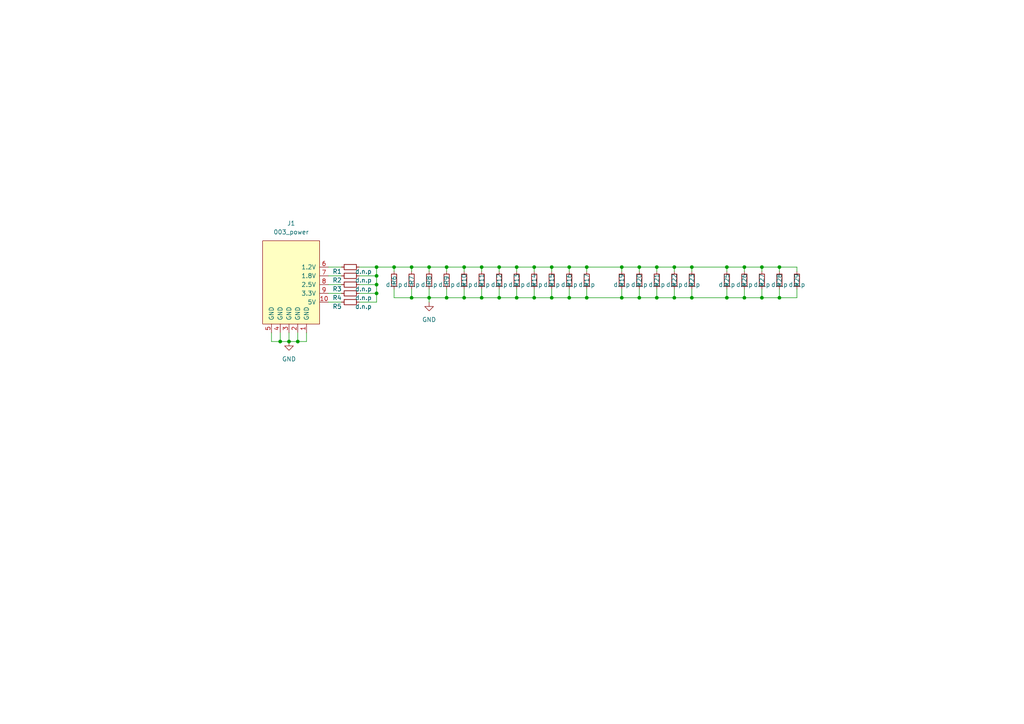
<source format=kicad_sch>
(kicad_sch (version 20211123) (generator eeschema)

  (uuid 4dc6088c-89a5-4db7-b3ae-db4b6396ad49)

  (paper "A4")

  (lib_symbols
    (symbol "Device:R_Small" (pin_numbers hide) (pin_names (offset 0.254) hide) (in_bom yes) (on_board yes)
      (property "Reference" "R" (id 0) (at 0.762 0.508 0)
        (effects (font (size 1.27 1.27)) (justify left))
      )
      (property "Value" "R_Small" (id 1) (at 0.762 -1.016 0)
        (effects (font (size 1.27 1.27)) (justify left))
      )
      (property "Footprint" "" (id 2) (at 0 0 0)
        (effects (font (size 1.27 1.27)) hide)
      )
      (property "Datasheet" "~" (id 3) (at 0 0 0)
        (effects (font (size 1.27 1.27)) hide)
      )
      (property "ki_keywords" "R resistor" (id 4) (at 0 0 0)
        (effects (font (size 1.27 1.27)) hide)
      )
      (property "ki_description" "Resistor, small symbol" (id 5) (at 0 0 0)
        (effects (font (size 1.27 1.27)) hide)
      )
      (property "ki_fp_filters" "R_*" (id 6) (at 0 0 0)
        (effects (font (size 1.27 1.27)) hide)
      )
      (symbol "R_Small_0_1"
        (rectangle (start -0.762 1.778) (end 0.762 -1.778)
          (stroke (width 0.2032) (type default) (color 0 0 0 0))
          (fill (type none))
        )
      )
      (symbol "R_Small_1_1"
        (pin passive line (at 0 2.54 270) (length 0.762)
          (name "~" (effects (font (size 1.27 1.27))))
          (number "1" (effects (font (size 1.27 1.27))))
        )
        (pin passive line (at 0 -2.54 90) (length 0.762)
          (name "~" (effects (font (size 1.27 1.27))))
          (number "2" (effects (font (size 1.27 1.27))))
        )
      )
    )
    (symbol "power:GND" (power) (pin_names (offset 0)) (in_bom yes) (on_board yes)
      (property "Reference" "#PWR" (id 0) (at 0 -6.35 0)
        (effects (font (size 1.27 1.27)) hide)
      )
      (property "Value" "GND" (id 1) (at 0 -3.81 0)
        (effects (font (size 1.27 1.27)))
      )
      (property "Footprint" "" (id 2) (at 0 0 0)
        (effects (font (size 1.27 1.27)) hide)
      )
      (property "Datasheet" "" (id 3) (at 0 0 0)
        (effects (font (size 1.27 1.27)) hide)
      )
      (property "ki_keywords" "power-flag" (id 4) (at 0 0 0)
        (effects (font (size 1.27 1.27)) hide)
      )
      (property "ki_description" "Power symbol creates a global label with name \"GND\" , ground" (id 5) (at 0 0 0)
        (effects (font (size 1.27 1.27)) hide)
      )
      (symbol "GND_0_1"
        (polyline
          (pts
            (xy 0 0)
            (xy 0 -1.27)
            (xy 1.27 -1.27)
            (xy 0 -2.54)
            (xy -1.27 -1.27)
            (xy 0 -1.27)
          )
          (stroke (width 0) (type default) (color 0 0 0 0))
          (fill (type none))
        )
      )
      (symbol "GND_1_1"
        (pin power_in line (at 0 0 270) (length 0) hide
          (name "GND" (effects (font (size 1.27 1.27))))
          (number "1" (effects (font (size 1.27 1.27))))
        )
      )
    )
    (symbol "put_on_edge:003_power" (pin_names (offset 1.016)) (in_bom yes) (on_board yes)
      (property "Reference" "J" (id 0) (at -2.54 13.97 0)
        (effects (font (size 1.27 1.27)))
      )
      (property "Value" "003_power" (id 1) (at 8.89 13.97 0)
        (effects (font (size 1.27 1.27)))
      )
      (property "Footprint" "" (id 2) (at 7.62 16.51 0)
        (effects (font (size 1.27 1.27)) hide)
      )
      (property "Datasheet" "" (id 3) (at 7.62 16.51 0)
        (effects (font (size 1.27 1.27)) hide)
      )
      (symbol "003_power_0_1"
        (rectangle (start -8.89 12.7) (end 7.62 -11.43)
          (stroke (width 0) (type default) (color 0 0 0 0))
          (fill (type background))
        )
      )
      (symbol "003_power_1_1"
        (pin power_in line (at -5.08 -13.97 90) (length 2.54)
          (name "GND" (effects (font (size 1.27 1.27))))
          (number "1" (effects (font (size 1.27 1.27))))
        )
        (pin power_out line (at -11.43 -5.08 0) (length 2.54)
          (name "5V" (effects (font (size 1.27 1.27))))
          (number "10" (effects (font (size 1.27 1.27))))
        )
        (pin power_in line (at -2.54 -13.97 90) (length 2.54)
          (name "GND" (effects (font (size 1.27 1.27))))
          (number "2" (effects (font (size 1.27 1.27))))
        )
        (pin power_in line (at 0 -13.97 90) (length 2.54)
          (name "GND" (effects (font (size 1.27 1.27))))
          (number "3" (effects (font (size 1.27 1.27))))
        )
        (pin power_in line (at 2.54 -13.97 90) (length 2.54)
          (name "GND" (effects (font (size 1.27 1.27))))
          (number "4" (effects (font (size 1.27 1.27))))
        )
        (pin power_in line (at 5.08 -13.97 90) (length 2.54)
          (name "GND" (effects (font (size 1.27 1.27))))
          (number "5" (effects (font (size 1.27 1.27))))
        )
        (pin power_out line (at -11.43 5.08 0) (length 2.54)
          (name "1.2V" (effects (font (size 1.27 1.27))))
          (number "6" (effects (font (size 1.27 1.27))))
        )
        (pin power_out line (at -11.43 2.54 0) (length 2.54)
          (name "1.8V" (effects (font (size 1.27 1.27))))
          (number "7" (effects (font (size 1.27 1.27))))
        )
        (pin power_out line (at -11.43 0 0) (length 2.54)
          (name "2.5V" (effects (font (size 1.27 1.27))))
          (number "8" (effects (font (size 1.27 1.27))))
        )
        (pin power_out line (at -11.43 -2.54 0) (length 2.54)
          (name "3.3V" (effects (font (size 1.27 1.27))))
          (number "9" (effects (font (size 1.27 1.27))))
        )
      )
    )
  )

  (junction (at 114.3 77.47) (diameter 0) (color 0 0 0 0)
    (uuid 02edb2d1-99ed-4c3d-8a01-e3ba66f71505)
  )
  (junction (at 220.98 86.36) (diameter 0) (color 0 0 0 0)
    (uuid 06437aec-95a5-4c05-8c9e-d5f45574f17d)
  )
  (junction (at 200.66 86.36) (diameter 0) (color 0 0 0 0)
    (uuid 11fbfd9f-455b-4b5c-b88d-b03c83f7fadb)
  )
  (junction (at 134.62 77.47) (diameter 0) (color 0 0 0 0)
    (uuid 1c446472-7630-4f8c-a173-2bbbdc5786e3)
  )
  (junction (at 210.82 77.47) (diameter 0) (color 0 0 0 0)
    (uuid 1f2c7e31-dd1c-4f41-a8fb-37d128100865)
  )
  (junction (at 83.82 99.06) (diameter 0) (color 0 0 0 0)
    (uuid 308d2407-8b0e-48e7-87ed-4d2755db6145)
  )
  (junction (at 86.36 99.06) (diameter 0) (color 0 0 0 0)
    (uuid 3201e4ed-8a8e-4243-851e-51df3c6d76a4)
  )
  (junction (at 109.22 82.55) (diameter 0) (color 0 0 0 0)
    (uuid 408ccd02-1cf7-4205-b85d-785e20da0055)
  )
  (junction (at 149.86 77.47) (diameter 0) (color 0 0 0 0)
    (uuid 44b0abc3-9442-4122-982e-11e186e19ced)
  )
  (junction (at 215.9 77.47) (diameter 0) (color 0 0 0 0)
    (uuid 48539c10-fa79-4cc7-b6eb-c24ad18bf21c)
  )
  (junction (at 109.22 85.09) (diameter 0) (color 0 0 0 0)
    (uuid 485b2b15-28b6-4040-8fcd-da2d91c9462c)
  )
  (junction (at 144.78 77.47) (diameter 0) (color 0 0 0 0)
    (uuid 4b882126-3859-4fdc-b9a7-9ff64a03d12a)
  )
  (junction (at 154.94 77.47) (diameter 0) (color 0 0 0 0)
    (uuid 4c55c065-4a02-4049-a4a6-bffdc4658a56)
  )
  (junction (at 170.18 77.47) (diameter 0) (color 0 0 0 0)
    (uuid 533bb855-681d-4a1c-9217-fb3265f6cf06)
  )
  (junction (at 109.22 80.01) (diameter 0) (color 0 0 0 0)
    (uuid 57d100be-669e-4956-be20-4df62210d61b)
  )
  (junction (at 149.86 86.36) (diameter 0) (color 0 0 0 0)
    (uuid 589548d5-5fd7-47cb-b71e-8e81a49e50b3)
  )
  (junction (at 226.06 86.36) (diameter 0) (color 0 0 0 0)
    (uuid 596d5632-b230-4be7-aadf-6c33b418e919)
  )
  (junction (at 139.7 77.47) (diameter 0) (color 0 0 0 0)
    (uuid 5b5a7490-a7bf-44f5-a5a6-1b8d3d4c061f)
  )
  (junction (at 180.34 77.47) (diameter 0) (color 0 0 0 0)
    (uuid 63273035-96aa-4ad7-b991-5bfcad8e3e2a)
  )
  (junction (at 144.78 86.36) (diameter 0) (color 0 0 0 0)
    (uuid 63cffbab-6577-46d7-a65d-486f8825a49b)
  )
  (junction (at 180.34 86.36) (diameter 0) (color 0 0 0 0)
    (uuid 655a5688-d20f-4043-b54a-0cb27e6d544a)
  )
  (junction (at 215.9 86.36) (diameter 0) (color 0 0 0 0)
    (uuid 6f864090-60b0-473f-a79e-47c6dab1b65d)
  )
  (junction (at 129.54 77.47) (diameter 0) (color 0 0 0 0)
    (uuid 77101779-9f0e-485c-8e75-ab7290ccfd20)
  )
  (junction (at 160.02 77.47) (diameter 0) (color 0 0 0 0)
    (uuid 7d89ddee-119b-4c31-91dd-c0440f528724)
  )
  (junction (at 200.66 77.47) (diameter 0) (color 0 0 0 0)
    (uuid 8349549b-5c84-415a-a7af-08b640d21fee)
  )
  (junction (at 139.7 86.36) (diameter 0) (color 0 0 0 0)
    (uuid 8694ec85-6e3a-4ec5-9af8-81b6f7e6efd7)
  )
  (junction (at 154.94 86.36) (diameter 0) (color 0 0 0 0)
    (uuid 8c626be9-cc76-410e-89ae-ef2f2c164c46)
  )
  (junction (at 165.1 86.36) (diameter 0) (color 0 0 0 0)
    (uuid a40cbbf1-e73e-478c-8dc4-fcd7985071fb)
  )
  (junction (at 185.42 86.36) (diameter 0) (color 0 0 0 0)
    (uuid a47a9d87-641b-4ae7-817a-536a5ee05b8f)
  )
  (junction (at 195.58 77.47) (diameter 0) (color 0 0 0 0)
    (uuid b0a96c97-86f0-4b1f-9281-c2578b9c8a9d)
  )
  (junction (at 134.62 86.36) (diameter 0) (color 0 0 0 0)
    (uuid b9565acb-84cc-4c79-a8cd-5b4475022b4c)
  )
  (junction (at 195.58 86.36) (diameter 0) (color 0 0 0 0)
    (uuid c42dd1b2-78c2-4f5d-85b6-c2cfd721ce05)
  )
  (junction (at 226.06 77.47) (diameter 0) (color 0 0 0 0)
    (uuid ca04a285-4677-4b47-b66b-4f464770dbda)
  )
  (junction (at 170.18 86.36) (diameter 0) (color 0 0 0 0)
    (uuid ca2b64ce-418a-429c-be57-02671646b175)
  )
  (junction (at 210.82 86.36) (diameter 0) (color 0 0 0 0)
    (uuid d0a38250-78ec-4b57-8c13-991938947629)
  )
  (junction (at 119.38 86.36) (diameter 0) (color 0 0 0 0)
    (uuid da86c9f3-77b4-4a8d-a1a0-dc81624ad711)
  )
  (junction (at 220.98 77.47) (diameter 0) (color 0 0 0 0)
    (uuid db1069be-b12a-49e5-9a0c-ff304c2dc719)
  )
  (junction (at 165.1 77.47) (diameter 0) (color 0 0 0 0)
    (uuid df088514-6735-43c1-84dd-18fee9a35b80)
  )
  (junction (at 129.54 86.36) (diameter 0) (color 0 0 0 0)
    (uuid dfbdce56-1ce0-4e0f-8cac-fc6238708e31)
  )
  (junction (at 185.42 77.47) (diameter 0) (color 0 0 0 0)
    (uuid e12db38c-588b-4d74-b74d-db5e5e73b2d1)
  )
  (junction (at 190.5 77.47) (diameter 0) (color 0 0 0 0)
    (uuid ec43d3f4-8e1b-4f0c-adf8-6c6393e4527e)
  )
  (junction (at 160.02 86.36) (diameter 0) (color 0 0 0 0)
    (uuid effbc96b-f6ba-48c6-a004-9f4f550a8379)
  )
  (junction (at 81.28 99.06) (diameter 0) (color 0 0 0 0)
    (uuid f7c39b23-8d70-4893-9af2-01b501f1318b)
  )
  (junction (at 124.46 86.36) (diameter 0) (color 0 0 0 0)
    (uuid f86166db-9a3c-4956-a06a-b7c93a9658ea)
  )
  (junction (at 190.5 86.36) (diameter 0) (color 0 0 0 0)
    (uuid fbbe8aea-f5c4-46d8-8a0a-db5b96069e94)
  )
  (junction (at 119.38 77.47) (diameter 0) (color 0 0 0 0)
    (uuid fc565b1b-2691-48eb-93d3-fa2848b4590c)
  )
  (junction (at 124.46 77.47) (diameter 0) (color 0 0 0 0)
    (uuid fceefa40-dd51-498c-a224-d8ca1d6b366d)
  )
  (junction (at 109.22 77.47) (diameter 0) (color 0 0 0 0)
    (uuid ff09e9fa-d643-4955-a1b3-bdfeab8786ab)
  )

  (wire (pts (xy 129.54 86.36) (xy 134.62 86.36))
    (stroke (width 0) (type default) (color 0 0 0 0))
    (uuid 0293c089-4c7b-4d88-a367-f2e161da4181)
  )
  (wire (pts (xy 170.18 77.47) (xy 170.18 78.74))
    (stroke (width 0) (type default) (color 0 0 0 0))
    (uuid 05b26a2b-e8ac-4235-a3e9-a5f9af4b1b8a)
  )
  (wire (pts (xy 144.78 77.47) (xy 149.86 77.47))
    (stroke (width 0) (type default) (color 0 0 0 0))
    (uuid 0b80f987-c1c8-4fa6-a72b-63e9b664a496)
  )
  (wire (pts (xy 226.06 83.82) (xy 226.06 86.36))
    (stroke (width 0) (type default) (color 0 0 0 0))
    (uuid 0e202a26-3906-4aeb-ae58-515aaa901fe0)
  )
  (wire (pts (xy 114.3 86.36) (xy 119.38 86.36))
    (stroke (width 0) (type default) (color 0 0 0 0))
    (uuid 132d8629-f6d0-4afb-9af4-60ac78e29614)
  )
  (wire (pts (xy 170.18 86.36) (xy 180.34 86.36))
    (stroke (width 0) (type default) (color 0 0 0 0))
    (uuid 18b1d441-0c09-4337-b161-0db98dcc53e9)
  )
  (wire (pts (xy 134.62 86.36) (xy 139.7 86.36))
    (stroke (width 0) (type default) (color 0 0 0 0))
    (uuid 21090f15-12a3-4440-aca3-9f6a3e9e6e1b)
  )
  (wire (pts (xy 129.54 77.47) (xy 129.54 78.74))
    (stroke (width 0) (type default) (color 0 0 0 0))
    (uuid 2272744d-9a3f-4d39-89e0-10a1260d67d3)
  )
  (wire (pts (xy 81.28 96.52) (xy 81.28 99.06))
    (stroke (width 0) (type default) (color 0 0 0 0))
    (uuid 229ed743-1e58-401a-9049-ab447bf64c1d)
  )
  (wire (pts (xy 210.82 86.36) (xy 215.9 86.36))
    (stroke (width 0) (type default) (color 0 0 0 0))
    (uuid 2425dfc9-93ed-476b-a413-329e61dececf)
  )
  (wire (pts (xy 104.14 80.01) (xy 109.22 80.01))
    (stroke (width 0) (type default) (color 0 0 0 0))
    (uuid 26afcae2-3eea-44fa-8f22-264f5f462589)
  )
  (wire (pts (xy 119.38 86.36) (xy 124.46 86.36))
    (stroke (width 0) (type default) (color 0 0 0 0))
    (uuid 29438692-b0bc-41b7-a311-4e67a53c128b)
  )
  (wire (pts (xy 104.14 77.47) (xy 109.22 77.47))
    (stroke (width 0) (type default) (color 0 0 0 0))
    (uuid 2db8b3d4-3246-408a-a2a0-976a5c684fa5)
  )
  (wire (pts (xy 124.46 77.47) (xy 129.54 77.47))
    (stroke (width 0) (type default) (color 0 0 0 0))
    (uuid 2f406dd0-a0e6-4ef9-9281-99fec54f9d78)
  )
  (wire (pts (xy 200.66 77.47) (xy 200.66 78.74))
    (stroke (width 0) (type default) (color 0 0 0 0))
    (uuid 2fe47116-cc7b-4336-8e68-0e823c3a2c79)
  )
  (wire (pts (xy 190.5 77.47) (xy 195.58 77.47))
    (stroke (width 0) (type default) (color 0 0 0 0))
    (uuid 333c4a45-8824-43b7-923f-16ade3263456)
  )
  (wire (pts (xy 129.54 77.47) (xy 134.62 77.47))
    (stroke (width 0) (type default) (color 0 0 0 0))
    (uuid 37abe42d-5ea6-40cd-8b44-8d054437fd96)
  )
  (wire (pts (xy 109.22 85.09) (xy 109.22 87.63))
    (stroke (width 0) (type default) (color 0 0 0 0))
    (uuid 385a4f0e-543e-433c-8d3c-3e15fb859527)
  )
  (wire (pts (xy 180.34 83.82) (xy 180.34 86.36))
    (stroke (width 0) (type default) (color 0 0 0 0))
    (uuid 3a522fa1-0c00-40ae-9b46-bc7f6436aff3)
  )
  (wire (pts (xy 149.86 86.36) (xy 154.94 86.36))
    (stroke (width 0) (type default) (color 0 0 0 0))
    (uuid 3ca8a33e-e290-4870-b164-583559b77753)
  )
  (wire (pts (xy 109.22 87.63) (xy 104.14 87.63))
    (stroke (width 0) (type default) (color 0 0 0 0))
    (uuid 3ead3d5c-3ea8-42f7-90e9-01b2942790ab)
  )
  (wire (pts (xy 119.38 83.82) (xy 119.38 86.36))
    (stroke (width 0) (type default) (color 0 0 0 0))
    (uuid 3f2de5f9-1e31-4ce8-8675-b7a8145971ba)
  )
  (wire (pts (xy 104.14 85.09) (xy 109.22 85.09))
    (stroke (width 0) (type default) (color 0 0 0 0))
    (uuid 41d0d68d-ee18-4935-a291-201d44012c19)
  )
  (wire (pts (xy 231.14 77.47) (xy 231.14 78.74))
    (stroke (width 0) (type default) (color 0 0 0 0))
    (uuid 41d5ad80-5907-4a3a-956c-429f918123cf)
  )
  (wire (pts (xy 180.34 77.47) (xy 185.42 77.47))
    (stroke (width 0) (type default) (color 0 0 0 0))
    (uuid 430d9e64-87fe-4254-b4e8-2769e4058924)
  )
  (wire (pts (xy 144.78 77.47) (xy 144.78 78.74))
    (stroke (width 0) (type default) (color 0 0 0 0))
    (uuid 46eb9185-04ac-4c98-9633-09665f40759b)
  )
  (wire (pts (xy 81.28 99.06) (xy 83.82 99.06))
    (stroke (width 0) (type default) (color 0 0 0 0))
    (uuid 4802ca4d-3d75-4f6b-971f-b028d87a5bd0)
  )
  (wire (pts (xy 149.86 77.47) (xy 149.86 78.74))
    (stroke (width 0) (type default) (color 0 0 0 0))
    (uuid 4b3389f3-1a1d-4f10-85d0-39ac21e2d233)
  )
  (wire (pts (xy 180.34 77.47) (xy 180.34 78.74))
    (stroke (width 0) (type default) (color 0 0 0 0))
    (uuid 4b61ca24-0e38-45ac-b20a-3d18914da384)
  )
  (wire (pts (xy 210.82 77.47) (xy 215.9 77.47))
    (stroke (width 0) (type default) (color 0 0 0 0))
    (uuid 4d6f19c3-b674-49fa-a21e-0cdc07839ed1)
  )
  (wire (pts (xy 78.74 96.52) (xy 78.74 99.06))
    (stroke (width 0) (type default) (color 0 0 0 0))
    (uuid 4dd5c8c9-97e9-4dd9-9ef4-45e5c8dce687)
  )
  (wire (pts (xy 104.14 82.55) (xy 109.22 82.55))
    (stroke (width 0) (type default) (color 0 0 0 0))
    (uuid 4f02f0bf-175d-4101-8853-9525a589c71e)
  )
  (wire (pts (xy 139.7 77.47) (xy 144.78 77.47))
    (stroke (width 0) (type default) (color 0 0 0 0))
    (uuid 4f2c5187-1a11-45aa-99ab-167124bddb3c)
  )
  (wire (pts (xy 185.42 77.47) (xy 185.42 78.74))
    (stroke (width 0) (type default) (color 0 0 0 0))
    (uuid 53d0f305-77b1-4b82-ade6-50fe7024dfbc)
  )
  (wire (pts (xy 95.25 85.09) (xy 99.06 85.09))
    (stroke (width 0) (type default) (color 0 0 0 0))
    (uuid 56f254df-ac89-4caf-982e-e38372d65900)
  )
  (wire (pts (xy 215.9 77.47) (xy 220.98 77.47))
    (stroke (width 0) (type default) (color 0 0 0 0))
    (uuid 59c1dfb7-5596-417d-aec6-d2e75ad8de48)
  )
  (wire (pts (xy 139.7 86.36) (xy 144.78 86.36))
    (stroke (width 0) (type default) (color 0 0 0 0))
    (uuid 5b64b464-6d19-4345-ad10-a47f1c28765a)
  )
  (wire (pts (xy 95.25 82.55) (xy 99.06 82.55))
    (stroke (width 0) (type default) (color 0 0 0 0))
    (uuid 5ec9c573-2475-4b31-bba7-bd9a0110c65e)
  )
  (wire (pts (xy 165.1 86.36) (xy 170.18 86.36))
    (stroke (width 0) (type default) (color 0 0 0 0))
    (uuid 5fe8662e-6629-4e12-a941-138891e28c9f)
  )
  (wire (pts (xy 195.58 83.82) (xy 195.58 86.36))
    (stroke (width 0) (type default) (color 0 0 0 0))
    (uuid 62dcf762-46e6-4c0f-87ef-d72094c864fc)
  )
  (wire (pts (xy 226.06 86.36) (xy 231.14 86.36))
    (stroke (width 0) (type default) (color 0 0 0 0))
    (uuid 648dab19-a39c-4462-8a51-f85d83be770d)
  )
  (wire (pts (xy 165.1 77.47) (xy 165.1 78.74))
    (stroke (width 0) (type default) (color 0 0 0 0))
    (uuid 65551d0f-7bbd-4897-a031-46d25155c5c0)
  )
  (wire (pts (xy 154.94 86.36) (xy 160.02 86.36))
    (stroke (width 0) (type default) (color 0 0 0 0))
    (uuid 686b05ea-d000-4f7d-9d99-291676f4bf20)
  )
  (wire (pts (xy 195.58 86.36) (xy 200.66 86.36))
    (stroke (width 0) (type default) (color 0 0 0 0))
    (uuid 6c635f37-1217-4f4d-be60-47baf1ae7878)
  )
  (wire (pts (xy 109.22 80.01) (xy 109.22 82.55))
    (stroke (width 0) (type default) (color 0 0 0 0))
    (uuid 6c64e03b-30cb-40e8-a265-0c5b7a5dd491)
  )
  (wire (pts (xy 109.22 77.47) (xy 114.3 77.47))
    (stroke (width 0) (type default) (color 0 0 0 0))
    (uuid 6cb426fe-f0c6-47b0-aef4-97c555813f79)
  )
  (wire (pts (xy 210.82 83.82) (xy 210.82 86.36))
    (stroke (width 0) (type default) (color 0 0 0 0))
    (uuid 6e456cf3-459b-4414-82c4-4b15f243cd25)
  )
  (wire (pts (xy 200.66 86.36) (xy 200.66 83.82))
    (stroke (width 0) (type default) (color 0 0 0 0))
    (uuid 70efa33d-0f59-4d5a-a5b4-3a4f676b7979)
  )
  (wire (pts (xy 139.7 77.47) (xy 139.7 78.74))
    (stroke (width 0) (type default) (color 0 0 0 0))
    (uuid 74028b50-6305-4a88-8c0a-4886985e8fa0)
  )
  (wire (pts (xy 160.02 77.47) (xy 160.02 78.74))
    (stroke (width 0) (type default) (color 0 0 0 0))
    (uuid 7974e504-ebce-4f5d-a187-ad5095d99c9f)
  )
  (wire (pts (xy 220.98 77.47) (xy 220.98 78.74))
    (stroke (width 0) (type default) (color 0 0 0 0))
    (uuid 7beb77c6-ccfa-4843-8c9b-ee797994216e)
  )
  (wire (pts (xy 109.22 77.47) (xy 109.22 80.01))
    (stroke (width 0) (type default) (color 0 0 0 0))
    (uuid 7dd57684-bfe4-4310-af3b-940dff915c44)
  )
  (wire (pts (xy 185.42 83.82) (xy 185.42 86.36))
    (stroke (width 0) (type default) (color 0 0 0 0))
    (uuid 805db547-146c-456f-bd4d-4a3c8891a7a0)
  )
  (wire (pts (xy 144.78 83.82) (xy 144.78 86.36))
    (stroke (width 0) (type default) (color 0 0 0 0))
    (uuid 841b9fc5-781e-4474-acf8-7604506dd95c)
  )
  (wire (pts (xy 195.58 77.47) (xy 200.66 77.47))
    (stroke (width 0) (type default) (color 0 0 0 0))
    (uuid 8535f7a3-7ad8-4441-8232-9154a8d6edc1)
  )
  (wire (pts (xy 86.36 96.52) (xy 86.36 99.06))
    (stroke (width 0) (type default) (color 0 0 0 0))
    (uuid 86fe01a1-4fe9-45f3-99b6-cfb4d98dee39)
  )
  (wire (pts (xy 195.58 77.47) (xy 195.58 78.74))
    (stroke (width 0) (type default) (color 0 0 0 0))
    (uuid 88dac1d5-e780-498e-84b0-51de6aa3a72e)
  )
  (wire (pts (xy 215.9 86.36) (xy 220.98 86.36))
    (stroke (width 0) (type default) (color 0 0 0 0))
    (uuid 902291c2-796a-4091-ac40-c4fb1d6cda9f)
  )
  (wire (pts (xy 190.5 86.36) (xy 195.58 86.36))
    (stroke (width 0) (type default) (color 0 0 0 0))
    (uuid 93743fb2-1749-46c3-aa75-21a476433596)
  )
  (wire (pts (xy 160.02 83.82) (xy 160.02 86.36))
    (stroke (width 0) (type default) (color 0 0 0 0))
    (uuid 9b57b710-7e92-4bea-8838-ec854f598860)
  )
  (wire (pts (xy 170.18 77.47) (xy 180.34 77.47))
    (stroke (width 0) (type default) (color 0 0 0 0))
    (uuid 9b8a3800-f907-48df-bb5c-e0900bfb3420)
  )
  (wire (pts (xy 134.62 77.47) (xy 139.7 77.47))
    (stroke (width 0) (type default) (color 0 0 0 0))
    (uuid a410aa42-659a-45dd-8333-b381ab188c7f)
  )
  (wire (pts (xy 200.66 77.47) (xy 210.82 77.47))
    (stroke (width 0) (type default) (color 0 0 0 0))
    (uuid a64f29e7-3384-495c-888b-980218cb4667)
  )
  (wire (pts (xy 190.5 77.47) (xy 190.5 78.74))
    (stroke (width 0) (type default) (color 0 0 0 0))
    (uuid a6b173ba-57fa-45be-9ef0-a875da4af6ce)
  )
  (wire (pts (xy 144.78 86.36) (xy 149.86 86.36))
    (stroke (width 0) (type default) (color 0 0 0 0))
    (uuid a87e3764-0184-40f7-80b7-900d13d490f2)
  )
  (wire (pts (xy 215.9 83.82) (xy 215.9 86.36))
    (stroke (width 0) (type default) (color 0 0 0 0))
    (uuid a9e587c8-b51c-48be-b683-e404b353a264)
  )
  (wire (pts (xy 95.25 80.01) (xy 99.06 80.01))
    (stroke (width 0) (type default) (color 0 0 0 0))
    (uuid abc3b66c-4124-498e-812c-a74a571ce205)
  )
  (wire (pts (xy 210.82 77.47) (xy 210.82 78.74))
    (stroke (width 0) (type default) (color 0 0 0 0))
    (uuid abccdb25-33aa-4b34-8e35-c6730ee38437)
  )
  (wire (pts (xy 83.82 96.52) (xy 83.82 99.06))
    (stroke (width 0) (type default) (color 0 0 0 0))
    (uuid ae3bbf78-8e04-48ca-ad2e-dad0d95e8180)
  )
  (wire (pts (xy 185.42 86.36) (xy 190.5 86.36))
    (stroke (width 0) (type default) (color 0 0 0 0))
    (uuid ae929b1a-a296-4892-9c17-037a935aa117)
  )
  (wire (pts (xy 134.62 83.82) (xy 134.62 86.36))
    (stroke (width 0) (type default) (color 0 0 0 0))
    (uuid b58926fc-0233-46d6-9df1-7d3a8445b28f)
  )
  (wire (pts (xy 114.3 83.82) (xy 114.3 86.36))
    (stroke (width 0) (type default) (color 0 0 0 0))
    (uuid b5af670a-007b-40f1-bae9-6a6e17bac4f4)
  )
  (wire (pts (xy 220.98 77.47) (xy 226.06 77.47))
    (stroke (width 0) (type default) (color 0 0 0 0))
    (uuid b6545a4a-404d-41ce-a76a-19bf3f2d8db3)
  )
  (wire (pts (xy 165.1 77.47) (xy 170.18 77.47))
    (stroke (width 0) (type default) (color 0 0 0 0))
    (uuid b8f99f72-ce7f-480d-af90-ea59c098b828)
  )
  (wire (pts (xy 109.22 82.55) (xy 109.22 85.09))
    (stroke (width 0) (type default) (color 0 0 0 0))
    (uuid b952b49d-af7a-4fcb-a777-699e55461fd5)
  )
  (wire (pts (xy 114.3 77.47) (xy 114.3 78.74))
    (stroke (width 0) (type default) (color 0 0 0 0))
    (uuid b9e59928-7710-4c8a-84c3-d0c1c5e8b554)
  )
  (wire (pts (xy 165.1 83.82) (xy 165.1 86.36))
    (stroke (width 0) (type default) (color 0 0 0 0))
    (uuid bb5e1816-ba78-4eb0-9b4d-b4dea3bdf869)
  )
  (wire (pts (xy 226.06 77.47) (xy 226.06 78.74))
    (stroke (width 0) (type default) (color 0 0 0 0))
    (uuid bbf4dc8a-0ec7-47ba-b3b3-7f9bc2b31dda)
  )
  (wire (pts (xy 154.94 77.47) (xy 154.94 78.74))
    (stroke (width 0) (type default) (color 0 0 0 0))
    (uuid bd127fd6-fdfd-4dd5-9011-2ca0fbc2f0a7)
  )
  (wire (pts (xy 220.98 83.82) (xy 220.98 86.36))
    (stroke (width 0) (type default) (color 0 0 0 0))
    (uuid be8a9ea5-ebc0-4fb5-a0d0-13c591ea0249)
  )
  (wire (pts (xy 149.86 77.47) (xy 154.94 77.47))
    (stroke (width 0) (type default) (color 0 0 0 0))
    (uuid c0fac70e-8496-4b29-8984-7b1d05bd9c2e)
  )
  (wire (pts (xy 124.46 86.36) (xy 124.46 87.63))
    (stroke (width 0) (type default) (color 0 0 0 0))
    (uuid c3193d99-7991-40c7-818b-b370033b14db)
  )
  (wire (pts (xy 226.06 77.47) (xy 231.14 77.47))
    (stroke (width 0) (type default) (color 0 0 0 0))
    (uuid c40258ce-4870-45d8-9a66-51069f2b3266)
  )
  (wire (pts (xy 78.74 99.06) (xy 81.28 99.06))
    (stroke (width 0) (type default) (color 0 0 0 0))
    (uuid c41c4edf-94b8-4e1f-ac8c-6e3b912e39fe)
  )
  (wire (pts (xy 124.46 86.36) (xy 129.54 86.36))
    (stroke (width 0) (type default) (color 0 0 0 0))
    (uuid c635749e-c6bd-45ee-9cec-bf9ed961ef6c)
  )
  (wire (pts (xy 83.82 99.06) (xy 86.36 99.06))
    (stroke (width 0) (type default) (color 0 0 0 0))
    (uuid c697f708-235a-4e56-bf3f-2631cf522bca)
  )
  (wire (pts (xy 124.46 77.47) (xy 124.46 78.74))
    (stroke (width 0) (type default) (color 0 0 0 0))
    (uuid cc50a9d3-612c-4842-a1a0-18f9c6b15b9b)
  )
  (wire (pts (xy 114.3 77.47) (xy 119.38 77.47))
    (stroke (width 0) (type default) (color 0 0 0 0))
    (uuid cfa84466-b3cb-419a-b6c4-bf3df663b669)
  )
  (wire (pts (xy 231.14 86.36) (xy 231.14 83.82))
    (stroke (width 0) (type default) (color 0 0 0 0))
    (uuid d1a9e7f9-e6f8-4e10-b6f1-373f5fe93a7d)
  )
  (wire (pts (xy 95.25 77.47) (xy 99.06 77.47))
    (stroke (width 0) (type default) (color 0 0 0 0))
    (uuid d23c2b76-df46-4315-ae2e-879e6ff6725a)
  )
  (wire (pts (xy 154.94 83.82) (xy 154.94 86.36))
    (stroke (width 0) (type default) (color 0 0 0 0))
    (uuid d3c752bc-75e2-4ded-ad20-c061b2829490)
  )
  (wire (pts (xy 220.98 86.36) (xy 226.06 86.36))
    (stroke (width 0) (type default) (color 0 0 0 0))
    (uuid d4c8b53e-54b1-4321-9e37-4917e07a33b0)
  )
  (wire (pts (xy 160.02 77.47) (xy 165.1 77.47))
    (stroke (width 0) (type default) (color 0 0 0 0))
    (uuid d907bb22-03fc-441a-8630-91beaffa84fa)
  )
  (wire (pts (xy 215.9 77.47) (xy 215.9 78.74))
    (stroke (width 0) (type default) (color 0 0 0 0))
    (uuid daf914dc-a9ef-45b7-b744-b6f4a4f6d409)
  )
  (wire (pts (xy 170.18 86.36) (xy 170.18 83.82))
    (stroke (width 0) (type default) (color 0 0 0 0))
    (uuid de9ce037-ff79-419b-8d81-9ecb6b8ddb4a)
  )
  (wire (pts (xy 95.25 87.63) (xy 99.06 87.63))
    (stroke (width 0) (type default) (color 0 0 0 0))
    (uuid df8af112-33e1-4bd4-97d6-56d7114c068c)
  )
  (wire (pts (xy 190.5 83.82) (xy 190.5 86.36))
    (stroke (width 0) (type default) (color 0 0 0 0))
    (uuid e1ad836a-fb17-4a05-bd7c-2168a8e5fc63)
  )
  (wire (pts (xy 185.42 77.47) (xy 190.5 77.47))
    (stroke (width 0) (type default) (color 0 0 0 0))
    (uuid e1dcc820-6a56-41a6-a4c1-3d81b3c5e558)
  )
  (wire (pts (xy 124.46 83.82) (xy 124.46 86.36))
    (stroke (width 0) (type default) (color 0 0 0 0))
    (uuid e20a4ca7-dbfe-47f6-8889-77fb891685e6)
  )
  (wire (pts (xy 154.94 77.47) (xy 160.02 77.47))
    (stroke (width 0) (type default) (color 0 0 0 0))
    (uuid e38825eb-4617-40d4-8a08-51f45f7d8370)
  )
  (wire (pts (xy 139.7 86.36) (xy 139.7 83.82))
    (stroke (width 0) (type default) (color 0 0 0 0))
    (uuid e41d9550-914a-42bb-8c65-2ca5045fb326)
  )
  (wire (pts (xy 129.54 83.82) (xy 129.54 86.36))
    (stroke (width 0) (type default) (color 0 0 0 0))
    (uuid e5ecf469-e699-4857-aa7e-6c2242ea1a99)
  )
  (wire (pts (xy 134.62 77.47) (xy 134.62 78.74))
    (stroke (width 0) (type default) (color 0 0 0 0))
    (uuid e86f72d1-c310-4234-83fd-781760f00b76)
  )
  (wire (pts (xy 160.02 86.36) (xy 165.1 86.36))
    (stroke (width 0) (type default) (color 0 0 0 0))
    (uuid ee2ee6e4-5819-4b28-90c0-7a7aeeda2e43)
  )
  (wire (pts (xy 149.86 83.82) (xy 149.86 86.36))
    (stroke (width 0) (type default) (color 0 0 0 0))
    (uuid eff58945-f9f1-412f-8ee1-3f9d19fb3cbf)
  )
  (wire (pts (xy 119.38 77.47) (xy 119.38 78.74))
    (stroke (width 0) (type default) (color 0 0 0 0))
    (uuid f0e542dc-6b93-4998-b234-b15655f9e404)
  )
  (wire (pts (xy 119.38 77.47) (xy 124.46 77.47))
    (stroke (width 0) (type default) (color 0 0 0 0))
    (uuid f24b8ec6-2a10-48aa-a609-2032c30b8fff)
  )
  (wire (pts (xy 88.9 99.06) (xy 88.9 96.52))
    (stroke (width 0) (type default) (color 0 0 0 0))
    (uuid f3318874-1ef5-4b9f-8a05-b94e8a7533f1)
  )
  (wire (pts (xy 200.66 86.36) (xy 210.82 86.36))
    (stroke (width 0) (type default) (color 0 0 0 0))
    (uuid f5065e90-f4f0-4dd7-82ed-17e9c8497018)
  )
  (wire (pts (xy 180.34 86.36) (xy 185.42 86.36))
    (stroke (width 0) (type default) (color 0 0 0 0))
    (uuid fb55b684-3ac3-46e2-a47a-7dbe8aa8aabd)
  )
  (wire (pts (xy 86.36 99.06) (xy 88.9 99.06))
    (stroke (width 0) (type default) (color 0 0 0 0))
    (uuid fb8261c5-5122-4534-a56a-adf9efc4c049)
  )

  (symbol (lib_id "Device:R_Small") (at 101.6 80.01 90) (unit 1)
    (in_bom yes) (on_board yes)
    (uuid 02000bae-197c-49f5-9a31-615057a50511)
    (property "Reference" "R2" (id 0) (at 97.79 81.28 90))
    (property "Value" "d.n.p" (id 1) (at 105.41 81.28 90))
    (property "Footprint" "Resistor_SMD:R_0603_1608Metric" (id 2) (at 101.6 80.01 0)
      (effects (font (size 1.27 1.27)) hide)
    )
    (property "Datasheet" "~" (id 3) (at 101.6 80.01 0)
      (effects (font (size 1.27 1.27)) hide)
    )
    (pin "1" (uuid fe41e85b-925f-4cce-a2f0-f7e60964a2a0))
    (pin "2" (uuid a2b99cfb-402f-42f5-b0fb-972e85956552))
  )

  (symbol (lib_id "Device:R_Small") (at 124.46 81.28 180) (unit 1)
    (in_bom yes) (on_board yes)
    (uuid 05d2b87a-79bd-46f4-a115-923f2cc97ba7)
    (property "Reference" "R8" (id 0) (at 124.46 81.28 90))
    (property "Value" "d.n.p" (id 1) (at 124.46 82.55 0))
    (property "Footprint" "Resistor_SMD:R_1210_3225Metric" (id 2) (at 124.46 81.28 0)
      (effects (font (size 1.27 1.27)) hide)
    )
    (property "Datasheet" "~" (id 3) (at 124.46 81.28 0)
      (effects (font (size 1.27 1.27)) hide)
    )
    (pin "1" (uuid ae51a6ea-0661-4a98-99d6-6da361b3bdcc))
    (pin "2" (uuid a638e2f5-9e9c-4986-a6d4-e5824ced1e94))
  )

  (symbol (lib_id "Device:R_Small") (at 114.3 81.28 180) (unit 1)
    (in_bom yes) (on_board yes)
    (uuid 070e2241-c784-4b9a-bd51-088e0578f4e0)
    (property "Reference" "R6" (id 0) (at 114.3 81.28 90))
    (property "Value" "d.n.p" (id 1) (at 114.3 82.55 0))
    (property "Footprint" "Resistor_SMD:R_1210_3225Metric" (id 2) (at 114.3 81.28 0)
      (effects (font (size 1.27 1.27)) hide)
    )
    (property "Datasheet" "~" (id 3) (at 114.3 81.28 0)
      (effects (font (size 1.27 1.27)) hide)
    )
    (pin "1" (uuid d266f15c-720d-49b4-bee6-4c67f25d0042))
    (pin "2" (uuid 8b02781c-8096-42ce-b60b-5b0829b165a4))
  )

  (symbol (lib_id "Device:R_Small") (at 210.82 81.28 180) (unit 1)
    (in_bom yes) (on_board yes)
    (uuid 16e367be-0ee0-4bf1-8132-a5e98017dcfb)
    (property "Reference" "R25" (id 0) (at 210.82 81.28 90))
    (property "Value" "d.n.p" (id 1) (at 210.82 82.55 0))
    (property "Footprint" "Resistor_SMD:R_1210_3225Metric" (id 2) (at 210.82 81.28 0)
      (effects (font (size 1.27 1.27)) hide)
    )
    (property "Datasheet" "~" (id 3) (at 210.82 81.28 0)
      (effects (font (size 1.27 1.27)) hide)
    )
    (pin "1" (uuid f6f54822-7888-4c23-ab52-6886fed51177))
    (pin "2" (uuid 02b36d4a-8ad9-4e54-beff-30965040ec57))
  )

  (symbol (lib_id "Device:R_Small") (at 101.6 82.55 90) (unit 1)
    (in_bom yes) (on_board yes)
    (uuid 24805d50-76d6-4352-8c0a-cafa3a654a35)
    (property "Reference" "R3" (id 0) (at 97.79 83.82 90))
    (property "Value" "d.n.p" (id 1) (at 105.41 83.82 90))
    (property "Footprint" "Resistor_SMD:R_0603_1608Metric" (id 2) (at 101.6 82.55 0)
      (effects (font (size 1.27 1.27)) hide)
    )
    (property "Datasheet" "~" (id 3) (at 101.6 82.55 0)
      (effects (font (size 1.27 1.27)) hide)
    )
    (pin "1" (uuid a188e71c-20e6-46b7-80e9-62a4d6d6b037))
    (pin "2" (uuid a6a57548-8c96-4078-8255-681b52dd2ae4))
  )

  (symbol (lib_id "Device:R_Small") (at 149.86 81.28 180) (unit 1)
    (in_bom yes) (on_board yes)
    (uuid 30c6b955-cbb4-4baf-9e04-dabd16ace994)
    (property "Reference" "R13" (id 0) (at 149.86 81.28 90))
    (property "Value" "d.n.p" (id 1) (at 149.86 82.55 0))
    (property "Footprint" "Resistor_SMD:R_1210_3225Metric" (id 2) (at 149.86 81.28 0)
      (effects (font (size 1.27 1.27)) hide)
    )
    (property "Datasheet" "~" (id 3) (at 149.86 81.28 0)
      (effects (font (size 1.27 1.27)) hide)
    )
    (pin "1" (uuid 8a484eb1-bf27-48d4-93be-22574cf8d688))
    (pin "2" (uuid 0cb96013-a026-438c-b8e5-a9a3704c239c))
  )

  (symbol (lib_id "Device:R_Small") (at 226.06 81.28 180) (unit 1)
    (in_bom yes) (on_board yes)
    (uuid 37ba2ba8-285b-47c7-b832-3655d84d005f)
    (property "Reference" "R28" (id 0) (at 226.06 81.28 90))
    (property "Value" "d.n.p" (id 1) (at 226.06 82.55 0))
    (property "Footprint" "Resistor_SMD:R_1210_3225Metric" (id 2) (at 226.06 81.28 0)
      (effects (font (size 1.27 1.27)) hide)
    )
    (property "Datasheet" "~" (id 3) (at 226.06 81.28 0)
      (effects (font (size 1.27 1.27)) hide)
    )
    (pin "1" (uuid ecb8302d-34cd-4dd4-869b-94380cea9593))
    (pin "2" (uuid 30f19a64-c3d0-413d-bdb6-4694a33fb3aa))
  )

  (symbol (lib_id "Device:R_Small") (at 180.34 81.28 180) (unit 1)
    (in_bom yes) (on_board yes)
    (uuid 3a4e67b8-6fd5-4bbe-b466-47365add19d1)
    (property "Reference" "R19" (id 0) (at 180.34 81.28 90))
    (property "Value" "d.n.p" (id 1) (at 180.34 82.55 0))
    (property "Footprint" "Resistor_SMD:R_1210_3225Metric" (id 2) (at 180.34 81.28 0)
      (effects (font (size 1.27 1.27)) hide)
    )
    (property "Datasheet" "~" (id 3) (at 180.34 81.28 0)
      (effects (font (size 1.27 1.27)) hide)
    )
    (pin "1" (uuid 95296ba3-3669-409d-8880-29f60ad53596))
    (pin "2" (uuid c0ba713b-513c-4582-9f13-f260b40eb6c8))
  )

  (symbol (lib_id "Device:R_Small") (at 195.58 81.28 180) (unit 1)
    (in_bom yes) (on_board yes)
    (uuid 44cd8483-84d9-4a9b-84af-4d89a0d91ac0)
    (property "Reference" "R22" (id 0) (at 195.58 81.28 90))
    (property "Value" "d.n.p" (id 1) (at 195.58 82.55 0))
    (property "Footprint" "Resistor_SMD:R_1210_3225Metric" (id 2) (at 195.58 81.28 0)
      (effects (font (size 1.27 1.27)) hide)
    )
    (property "Datasheet" "~" (id 3) (at 195.58 81.28 0)
      (effects (font (size 1.27 1.27)) hide)
    )
    (pin "1" (uuid 3a1f4d98-c30f-4f3e-a2f5-5abbf669df3a))
    (pin "2" (uuid 6be0c39e-0270-401a-a9bc-99c848e51bc4))
  )

  (symbol (lib_id "Device:R_Small") (at 215.9 81.28 180) (unit 1)
    (in_bom yes) (on_board yes)
    (uuid 47ddca89-4dec-43f2-bc1e-a98fbcf33511)
    (property "Reference" "R26" (id 0) (at 215.9 81.28 90))
    (property "Value" "d.n.p" (id 1) (at 215.9 82.55 0))
    (property "Footprint" "Resistor_SMD:R_1210_3225Metric" (id 2) (at 215.9 81.28 0)
      (effects (font (size 1.27 1.27)) hide)
    )
    (property "Datasheet" "~" (id 3) (at 215.9 81.28 0)
      (effects (font (size 1.27 1.27)) hide)
    )
    (pin "1" (uuid 170daa9a-2db5-4fd3-b1a2-bc25cd7d5692))
    (pin "2" (uuid 1c0b0028-42d3-4044-8565-eeedcf3e6ea2))
  )

  (symbol (lib_id "power:GND") (at 83.82 99.06 0) (unit 1)
    (in_bom yes) (on_board yes) (fields_autoplaced)
    (uuid 4cf5c89f-93b4-4265-804c-6cbb2fd5460a)
    (property "Reference" "#PWR0101" (id 0) (at 83.82 105.41 0)
      (effects (font (size 1.27 1.27)) hide)
    )
    (property "Value" "GND" (id 1) (at 83.82 104.14 0))
    (property "Footprint" "" (id 2) (at 83.82 99.06 0)
      (effects (font (size 1.27 1.27)) hide)
    )
    (property "Datasheet" "" (id 3) (at 83.82 99.06 0)
      (effects (font (size 1.27 1.27)) hide)
    )
    (pin "1" (uuid 54aa15d5-8fea-4a80-a3e8-cfbfa7a02092))
  )

  (symbol (lib_id "Device:R_Small") (at 231.14 81.28 180) (unit 1)
    (in_bom yes) (on_board yes)
    (uuid 57102a39-f8cc-46d4-b20a-5c4137303e0c)
    (property "Reference" "R29" (id 0) (at 231.14 81.28 90))
    (property "Value" "d.n.p" (id 1) (at 231.14 82.55 0))
    (property "Footprint" "Resistor_SMD:R_1210_3225Metric" (id 2) (at 231.14 81.28 0)
      (effects (font (size 1.27 1.27)) hide)
    )
    (property "Datasheet" "~" (id 3) (at 231.14 81.28 0)
      (effects (font (size 1.27 1.27)) hide)
    )
    (pin "1" (uuid 8f25710a-c677-4c0b-9e5c-f49177a0342c))
    (pin "2" (uuid d199d988-7a73-4f7c-9bc8-87929df4d77f))
  )

  (symbol (lib_id "Device:R_Small") (at 220.98 81.28 180) (unit 1)
    (in_bom yes) (on_board yes)
    (uuid 579d4bed-4630-4995-8198-39a2324a9ef8)
    (property "Reference" "R27" (id 0) (at 220.98 81.28 90))
    (property "Value" "d.n.p" (id 1) (at 220.98 82.55 0))
    (property "Footprint" "Resistor_SMD:R_1210_3225Metric" (id 2) (at 220.98 81.28 0)
      (effects (font (size 1.27 1.27)) hide)
    )
    (property "Datasheet" "~" (id 3) (at 220.98 81.28 0)
      (effects (font (size 1.27 1.27)) hide)
    )
    (pin "1" (uuid af04b979-9845-4a00-8f0c-117534676def))
    (pin "2" (uuid 9fcf06c6-90d4-4d87-8435-ee7b9f6a7deb))
  )

  (symbol (lib_id "Device:R_Small") (at 101.6 87.63 90) (unit 1)
    (in_bom yes) (on_board yes)
    (uuid 61169804-1266-4204-981f-4de3b2981939)
    (property "Reference" "R5" (id 0) (at 97.79 88.9 90))
    (property "Value" "d.n.p" (id 1) (at 105.41 88.9 90))
    (property "Footprint" "Resistor_SMD:R_0603_1608Metric" (id 2) (at 101.6 87.63 0)
      (effects (font (size 1.27 1.27)) hide)
    )
    (property "Datasheet" "~" (id 3) (at 101.6 87.63 0)
      (effects (font (size 1.27 1.27)) hide)
    )
    (pin "1" (uuid 1d2faa7f-0d6f-4931-9fd7-230453f53779))
    (pin "2" (uuid b8343446-539c-4fc6-8e32-bd10e2f2f7c8))
  )

  (symbol (lib_id "Device:R_Small") (at 129.54 81.28 180) (unit 1)
    (in_bom yes) (on_board yes)
    (uuid 6d9219ca-578b-4225-b72f-6a0da4792fdc)
    (property "Reference" "R9" (id 0) (at 129.54 81.28 90))
    (property "Value" "d.n.p" (id 1) (at 129.54 82.55 0))
    (property "Footprint" "Resistor_SMD:R_1210_3225Metric" (id 2) (at 129.54 81.28 0)
      (effects (font (size 1.27 1.27)) hide)
    )
    (property "Datasheet" "~" (id 3) (at 129.54 81.28 0)
      (effects (font (size 1.27 1.27)) hide)
    )
    (pin "1" (uuid 54d87bce-f941-4eb2-a12c-7fa3cb2bbe0d))
    (pin "2" (uuid bd5e461c-b6e3-447d-95a2-559ddb21b697))
  )

  (symbol (lib_id "Device:R_Small") (at 185.42 81.28 180) (unit 1)
    (in_bom yes) (on_board yes)
    (uuid 6e5be42d-038e-4023-af6d-56dc5cf38991)
    (property "Reference" "R20" (id 0) (at 185.42 81.28 90))
    (property "Value" "d.n.p" (id 1) (at 185.42 82.55 0))
    (property "Footprint" "Resistor_SMD:R_1210_3225Metric" (id 2) (at 185.42 81.28 0)
      (effects (font (size 1.27 1.27)) hide)
    )
    (property "Datasheet" "~" (id 3) (at 185.42 81.28 0)
      (effects (font (size 1.27 1.27)) hide)
    )
    (pin "1" (uuid 363dc324-2fed-4d5b-943d-3410891cff7a))
    (pin "2" (uuid b9e9a0d8-ee2b-45ea-be36-a6b7b0f4059a))
  )

  (symbol (lib_id "Device:R_Small") (at 154.94 81.28 180) (unit 1)
    (in_bom yes) (on_board yes)
    (uuid 6f24cd4c-5465-40e0-a3e0-921ccd980087)
    (property "Reference" "R14" (id 0) (at 154.94 81.28 90))
    (property "Value" "d.n.p" (id 1) (at 154.94 82.55 0))
    (property "Footprint" "Resistor_SMD:R_1210_3225Metric" (id 2) (at 154.94 81.28 0)
      (effects (font (size 1.27 1.27)) hide)
    )
    (property "Datasheet" "~" (id 3) (at 154.94 81.28 0)
      (effects (font (size 1.27 1.27)) hide)
    )
    (pin "1" (uuid 8c6e496b-492d-480a-ab9c-70ed99b227b6))
    (pin "2" (uuid 27ee917b-8f33-44e3-ba8b-bdb2d6b5f880))
  )

  (symbol (lib_id "power:GND") (at 124.46 87.63 0) (unit 1)
    (in_bom yes) (on_board yes) (fields_autoplaced)
    (uuid 6fe373c8-1058-4787-9805-d05bd1bf5e9a)
    (property "Reference" "#PWR0102" (id 0) (at 124.46 93.98 0)
      (effects (font (size 1.27 1.27)) hide)
    )
    (property "Value" "GND" (id 1) (at 124.46 92.71 0))
    (property "Footprint" "" (id 2) (at 124.46 87.63 0)
      (effects (font (size 1.27 1.27)) hide)
    )
    (property "Datasheet" "" (id 3) (at 124.46 87.63 0)
      (effects (font (size 1.27 1.27)) hide)
    )
    (pin "1" (uuid 3d085630-733f-4812-81ad-076469337aa1))
  )

  (symbol (lib_id "Device:R_Small") (at 144.78 81.28 180) (unit 1)
    (in_bom yes) (on_board yes)
    (uuid 74850222-d153-4d0f-a6ac-1a2c8c787697)
    (property "Reference" "R12" (id 0) (at 144.78 81.28 90))
    (property "Value" "d.n.p" (id 1) (at 144.78 82.55 0))
    (property "Footprint" "Resistor_SMD:R_1210_3225Metric" (id 2) (at 144.78 81.28 0)
      (effects (font (size 1.27 1.27)) hide)
    )
    (property "Datasheet" "~" (id 3) (at 144.78 81.28 0)
      (effects (font (size 1.27 1.27)) hide)
    )
    (pin "1" (uuid b6c53ea8-a682-442a-9ca8-2df0f302fdd7))
    (pin "2" (uuid 2939acd1-3542-4631-8a1f-a025970b8d8c))
  )

  (symbol (lib_id "Device:R_Small") (at 134.62 81.28 180) (unit 1)
    (in_bom yes) (on_board yes)
    (uuid 7be37632-b39b-43d3-a395-261876e22623)
    (property "Reference" "R10" (id 0) (at 134.62 81.28 90))
    (property "Value" "d.n.p" (id 1) (at 134.62 82.55 0))
    (property "Footprint" "Resistor_SMD:R_1210_3225Metric" (id 2) (at 134.62 81.28 0)
      (effects (font (size 1.27 1.27)) hide)
    )
    (property "Datasheet" "~" (id 3) (at 134.62 81.28 0)
      (effects (font (size 1.27 1.27)) hide)
    )
    (pin "1" (uuid 9310a6a9-5f6a-4243-9452-a948c0448460))
    (pin "2" (uuid 55d06b21-dba3-4533-bef6-55d36561b0c9))
  )

  (symbol (lib_id "Device:R_Small") (at 160.02 81.28 180) (unit 1)
    (in_bom yes) (on_board yes)
    (uuid 83446da9-61de-4396-834f-7ab3d39a5920)
    (property "Reference" "R15" (id 0) (at 160.02 81.28 90))
    (property "Value" "d.n.p" (id 1) (at 160.02 82.55 0))
    (property "Footprint" "Resistor_SMD:R_1210_3225Metric" (id 2) (at 160.02 81.28 0)
      (effects (font (size 1.27 1.27)) hide)
    )
    (property "Datasheet" "~" (id 3) (at 160.02 81.28 0)
      (effects (font (size 1.27 1.27)) hide)
    )
    (pin "1" (uuid 5cdef9b9-8591-4589-9001-4f81b712e53a))
    (pin "2" (uuid c72597a7-6e8e-4c40-9487-9bfff3dfb88d))
  )

  (symbol (lib_id "Device:R_Small") (at 170.18 81.28 180) (unit 1)
    (in_bom yes) (on_board yes)
    (uuid 91973d10-cfba-4b05-81b2-70c8a1ebbf89)
    (property "Reference" "R17" (id 0) (at 170.18 81.28 90))
    (property "Value" "d.n.p" (id 1) (at 170.18 82.55 0))
    (property "Footprint" "Resistor_SMD:R_1210_3225Metric" (id 2) (at 170.18 81.28 0)
      (effects (font (size 1.27 1.27)) hide)
    )
    (property "Datasheet" "~" (id 3) (at 170.18 81.28 0)
      (effects (font (size 1.27 1.27)) hide)
    )
    (pin "1" (uuid a74d91a0-f79f-4864-aa0b-1a08e88fde35))
    (pin "2" (uuid 4ff8948b-e636-4156-a485-967f961dd6db))
  )

  (symbol (lib_id "Device:R_Small") (at 101.6 85.09 90) (unit 1)
    (in_bom yes) (on_board yes)
    (uuid 9358cdc6-ccb5-4be4-b60d-dd37cf0452c5)
    (property "Reference" "R4" (id 0) (at 97.79 86.36 90))
    (property "Value" "d.n.p" (id 1) (at 105.41 86.36 90))
    (property "Footprint" "Resistor_SMD:R_0603_1608Metric" (id 2) (at 101.6 85.09 0)
      (effects (font (size 1.27 1.27)) hide)
    )
    (property "Datasheet" "~" (id 3) (at 101.6 85.09 0)
      (effects (font (size 1.27 1.27)) hide)
    )
    (pin "1" (uuid fa5636e2-a4f5-43a0-8752-c0d3bfe13675))
    (pin "2" (uuid df7c38f8-dbc9-4bc3-86b9-7bbd212592a4))
  )

  (symbol (lib_id "Device:R_Small") (at 101.6 77.47 90) (unit 1)
    (in_bom yes) (on_board yes)
    (uuid 9ad8acd1-7e12-442e-9b87-dba2ac9843cc)
    (property "Reference" "R1" (id 0) (at 97.79 78.74 90))
    (property "Value" "d.n.p" (id 1) (at 105.41 78.74 90))
    (property "Footprint" "Resistor_SMD:R_0603_1608Metric" (id 2) (at 101.6 77.47 0)
      (effects (font (size 1.27 1.27)) hide)
    )
    (property "Datasheet" "~" (id 3) (at 101.6 77.47 0)
      (effects (font (size 1.27 1.27)) hide)
    )
    (pin "1" (uuid f1e99b16-9c61-4805-9d03-dbeeb47e3162))
    (pin "2" (uuid 0bcdac3e-b2a8-4f6c-8a2b-cbe40642e4c8))
  )

  (symbol (lib_id "Device:R_Small") (at 190.5 81.28 180) (unit 1)
    (in_bom yes) (on_board yes)
    (uuid bd10cc90-bfee-45d8-b260-168af237ce81)
    (property "Reference" "R21" (id 0) (at 190.5 81.28 90))
    (property "Value" "d.n.p" (id 1) (at 190.5 82.55 0))
    (property "Footprint" "Resistor_SMD:R_1210_3225Metric" (id 2) (at 190.5 81.28 0)
      (effects (font (size 1.27 1.27)) hide)
    )
    (property "Datasheet" "~" (id 3) (at 190.5 81.28 0)
      (effects (font (size 1.27 1.27)) hide)
    )
    (pin "1" (uuid 6e7ad856-4de0-4ffd-be82-2191a669ae3a))
    (pin "2" (uuid ad26550c-5da8-4fd1-8394-63bb1ee60497))
  )

  (symbol (lib_id "Device:R_Small") (at 139.7 81.28 180) (unit 1)
    (in_bom yes) (on_board yes)
    (uuid c442905c-53c4-43cb-9462-03ce13a704df)
    (property "Reference" "R11" (id 0) (at 139.7 81.28 90))
    (property "Value" "d.n.p" (id 1) (at 139.7 82.55 0))
    (property "Footprint" "Resistor_SMD:R_1210_3225Metric" (id 2) (at 139.7 81.28 0)
      (effects (font (size 1.27 1.27)) hide)
    )
    (property "Datasheet" "~" (id 3) (at 139.7 81.28 0)
      (effects (font (size 1.27 1.27)) hide)
    )
    (pin "1" (uuid e820594c-71a7-4da3-9d87-b6c1527ac634))
    (pin "2" (uuid 05df1ddd-7044-4219-9afb-3ed18a41cc67))
  )

  (symbol (lib_id "Device:R_Small") (at 165.1 81.28 180) (unit 1)
    (in_bom yes) (on_board yes)
    (uuid d73da976-b9ca-4a5a-aa31-637a6222af3b)
    (property "Reference" "R16" (id 0) (at 165.1 81.28 90))
    (property "Value" "d.n.p" (id 1) (at 165.1 82.55 0))
    (property "Footprint" "Resistor_SMD:R_1210_3225Metric" (id 2) (at 165.1 81.28 0)
      (effects (font (size 1.27 1.27)) hide)
    )
    (property "Datasheet" "~" (id 3) (at 165.1 81.28 0)
      (effects (font (size 1.27 1.27)) hide)
    )
    (pin "1" (uuid b1aa3e74-9789-4ffc-aa6b-cd190f7393f5))
    (pin "2" (uuid d23e615c-28b4-4997-9657-ea5bf609cddf))
  )

  (symbol (lib_id "put_on_edge:003_power") (at 83.82 82.55 0) (mirror y) (unit 1)
    (in_bom yes) (on_board yes) (fields_autoplaced)
    (uuid dd7fff85-c90d-4558-9f2e-5da0c93646c6)
    (property "Reference" "J1" (id 0) (at 84.455 64.77 0))
    (property "Value" "003_power" (id 1) (at 84.455 67.31 0))
    (property "Footprint" "on_edge:on_edge_2x05_device" (id 2) (at 76.2 66.04 0)
      (effects (font (size 1.27 1.27)) hide)
    )
    (property "Datasheet" "" (id 3) (at 76.2 66.04 0)
      (effects (font (size 1.27 1.27)) hide)
    )
    (pin "1" (uuid 5712b593-04a0-46d9-8b76-bca223d56470))
    (pin "10" (uuid c9dc84b9-5ad6-469f-86fa-22b2690b2e00))
    (pin "2" (uuid e0a95c79-f0a4-45c1-8f1f-56f273da29c2))
    (pin "3" (uuid de3b2b2f-8469-460a-a73b-09bf96d44cdc))
    (pin "4" (uuid ad6adf62-0769-4905-829a-913d748810c5))
    (pin "5" (uuid 8fb86735-03e7-4759-b410-a5c23b217a82))
    (pin "6" (uuid ce40b4d6-4461-4e78-937b-c974bf566001))
    (pin "7" (uuid 37a5501c-a6f7-4f62-85fe-2477119b471b))
    (pin "8" (uuid e6427dee-5069-4ff9-8d0b-c96a1f3782aa))
    (pin "9" (uuid 83731e6f-072b-4486-b726-d818c62f9293))
  )

  (symbol (lib_id "Device:R_Small") (at 119.38 81.28 180) (unit 1)
    (in_bom yes) (on_board yes)
    (uuid e69effc0-44e0-4adc-87d1-c2e461f57243)
    (property "Reference" "R7" (id 0) (at 119.38 81.28 90))
    (property "Value" "d.n.p" (id 1) (at 119.38 82.55 0))
    (property "Footprint" "Resistor_SMD:R_1210_3225Metric" (id 2) (at 119.38 81.28 0)
      (effects (font (size 1.27 1.27)) hide)
    )
    (property "Datasheet" "~" (id 3) (at 119.38 81.28 0)
      (effects (font (size 1.27 1.27)) hide)
    )
    (pin "1" (uuid eae8ea1b-d5bc-4ca9-b6de-08fd7ea9444b))
    (pin "2" (uuid 82c3cb1b-82ec-4c19-91cc-bafcd3fcbcad))
  )

  (symbol (lib_id "Device:R_Small") (at 200.66 81.28 180) (unit 1)
    (in_bom yes) (on_board yes)
    (uuid f9ca7849-33be-453a-9699-310f68b8f485)
    (property "Reference" "R23" (id 0) (at 200.66 81.28 90))
    (property "Value" "d.n.p" (id 1) (at 200.66 82.55 0))
    (property "Footprint" "Resistor_SMD:R_1210_3225Metric" (id 2) (at 200.66 81.28 0)
      (effects (font (size 1.27 1.27)) hide)
    )
    (property "Datasheet" "~" (id 3) (at 200.66 81.28 0)
      (effects (font (size 1.27 1.27)) hide)
    )
    (pin "1" (uuid e54c21ab-6a8c-42bc-89b4-a9cd7d4c9053))
    (pin "2" (uuid 3e2cbf0b-7691-4e3c-b1f4-9ae4fcd50163))
  )

  (sheet_instances
    (path "/" (page "1"))
  )

  (symbol_instances
    (path "/4cf5c89f-93b4-4265-804c-6cbb2fd5460a"
      (reference "#PWR0101") (unit 1) (value "GND") (footprint "")
    )
    (path "/6fe373c8-1058-4787-9805-d05bd1bf5e9a"
      (reference "#PWR0102") (unit 1) (value "GND") (footprint "")
    )
    (path "/dd7fff85-c90d-4558-9f2e-5da0c93646c6"
      (reference "J1") (unit 1) (value "003_power") (footprint "on_edge:on_edge_2x05_device")
    )
    (path "/9ad8acd1-7e12-442e-9b87-dba2ac9843cc"
      (reference "R1") (unit 1) (value "d.n.p") (footprint "Resistor_SMD:R_0603_1608Metric")
    )
    (path "/02000bae-197c-49f5-9a31-615057a50511"
      (reference "R2") (unit 1) (value "d.n.p") (footprint "Resistor_SMD:R_0603_1608Metric")
    )
    (path "/24805d50-76d6-4352-8c0a-cafa3a654a35"
      (reference "R3") (unit 1) (value "d.n.p") (footprint "Resistor_SMD:R_0603_1608Metric")
    )
    (path "/9358cdc6-ccb5-4be4-b60d-dd37cf0452c5"
      (reference "R4") (unit 1) (value "d.n.p") (footprint "Resistor_SMD:R_0603_1608Metric")
    )
    (path "/61169804-1266-4204-981f-4de3b2981939"
      (reference "R5") (unit 1) (value "d.n.p") (footprint "Resistor_SMD:R_0603_1608Metric")
    )
    (path "/070e2241-c784-4b9a-bd51-088e0578f4e0"
      (reference "R6") (unit 1) (value "d.n.p") (footprint "Resistor_SMD:R_1210_3225Metric")
    )
    (path "/e69effc0-44e0-4adc-87d1-c2e461f57243"
      (reference "R7") (unit 1) (value "d.n.p") (footprint "Resistor_SMD:R_1210_3225Metric")
    )
    (path "/05d2b87a-79bd-46f4-a115-923f2cc97ba7"
      (reference "R8") (unit 1) (value "d.n.p") (footprint "Resistor_SMD:R_1210_3225Metric")
    )
    (path "/6d9219ca-578b-4225-b72f-6a0da4792fdc"
      (reference "R9") (unit 1) (value "d.n.p") (footprint "Resistor_SMD:R_1210_3225Metric")
    )
    (path "/7be37632-b39b-43d3-a395-261876e22623"
      (reference "R10") (unit 1) (value "d.n.p") (footprint "Resistor_SMD:R_1210_3225Metric")
    )
    (path "/c442905c-53c4-43cb-9462-03ce13a704df"
      (reference "R11") (unit 1) (value "d.n.p") (footprint "Resistor_SMD:R_1210_3225Metric")
    )
    (path "/74850222-d153-4d0f-a6ac-1a2c8c787697"
      (reference "R12") (unit 1) (value "d.n.p") (footprint "Resistor_SMD:R_1210_3225Metric")
    )
    (path "/30c6b955-cbb4-4baf-9e04-dabd16ace994"
      (reference "R13") (unit 1) (value "d.n.p") (footprint "Resistor_SMD:R_1210_3225Metric")
    )
    (path "/6f24cd4c-5465-40e0-a3e0-921ccd980087"
      (reference "R14") (unit 1) (value "d.n.p") (footprint "Resistor_SMD:R_1210_3225Metric")
    )
    (path "/83446da9-61de-4396-834f-7ab3d39a5920"
      (reference "R15") (unit 1) (value "d.n.p") (footprint "Resistor_SMD:R_1210_3225Metric")
    )
    (path "/d73da976-b9ca-4a5a-aa31-637a6222af3b"
      (reference "R16") (unit 1) (value "d.n.p") (footprint "Resistor_SMD:R_1210_3225Metric")
    )
    (path "/91973d10-cfba-4b05-81b2-70c8a1ebbf89"
      (reference "R17") (unit 1) (value "d.n.p") (footprint "Resistor_SMD:R_1210_3225Metric")
    )
    (path "/3a4e67b8-6fd5-4bbe-b466-47365add19d1"
      (reference "R19") (unit 1) (value "d.n.p") (footprint "Resistor_SMD:R_1210_3225Metric")
    )
    (path "/6e5be42d-038e-4023-af6d-56dc5cf38991"
      (reference "R20") (unit 1) (value "d.n.p") (footprint "Resistor_SMD:R_1210_3225Metric")
    )
    (path "/bd10cc90-bfee-45d8-b260-168af237ce81"
      (reference "R21") (unit 1) (value "d.n.p") (footprint "Resistor_SMD:R_1210_3225Metric")
    )
    (path "/44cd8483-84d9-4a9b-84af-4d89a0d91ac0"
      (reference "R22") (unit 1) (value "d.n.p") (footprint "Resistor_SMD:R_1210_3225Metric")
    )
    (path "/f9ca7849-33be-453a-9699-310f68b8f485"
      (reference "R23") (unit 1) (value "d.n.p") (footprint "Resistor_SMD:R_1210_3225Metric")
    )
    (path "/16e367be-0ee0-4bf1-8132-a5e98017dcfb"
      (reference "R25") (unit 1) (value "d.n.p") (footprint "Resistor_SMD:R_1210_3225Metric")
    )
    (path "/47ddca89-4dec-43f2-bc1e-a98fbcf33511"
      (reference "R26") (unit 1) (value "d.n.p") (footprint "Resistor_SMD:R_1210_3225Metric")
    )
    (path "/579d4bed-4630-4995-8198-39a2324a9ef8"
      (reference "R27") (unit 1) (value "d.n.p") (footprint "Resistor_SMD:R_1210_3225Metric")
    )
    (path "/37ba2ba8-285b-47c7-b832-3655d84d005f"
      (reference "R28") (unit 1) (value "d.n.p") (footprint "Resistor_SMD:R_1210_3225Metric")
    )
    (path "/57102a39-f8cc-46d4-b20a-5c4137303e0c"
      (reference "R29") (unit 1) (value "d.n.p") (footprint "Resistor_SMD:R_1210_3225Metric")
    )
  )
)

</source>
